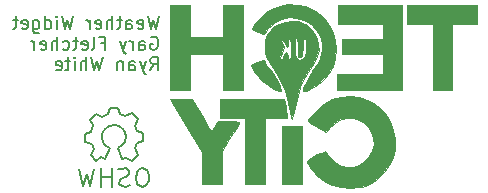
<source format=gbr>
G04 #@! TF.FileFunction,Legend,Bot*
%FSLAX46Y46*%
G04 Gerber Fmt 4.6, Leading zero omitted, Abs format (unit mm)*
G04 Created by KiCad (PCBNEW 4.0.0-rc2-stable) date Mon 16 Nov 2015 06:25:23 AM PST*
%MOMM*%
G01*
G04 APERTURE LIST*
%ADD10C,0.100000*%
%ADD11C,0.200000*%
%ADD12C,0.010000*%
%ADD13C,0.150000*%
G04 APERTURE END LIST*
D10*
D11*
X107692857Y-53057619D02*
X107430952Y-54157619D01*
X107221429Y-53371905D01*
X107011905Y-54157619D01*
X106750000Y-53057619D01*
X105911905Y-54105238D02*
X106016667Y-54157619D01*
X106226190Y-54157619D01*
X106330952Y-54105238D01*
X106383333Y-54000476D01*
X106383333Y-53581429D01*
X106330952Y-53476667D01*
X106226190Y-53424286D01*
X106016667Y-53424286D01*
X105911905Y-53476667D01*
X105859524Y-53581429D01*
X105859524Y-53686190D01*
X106383333Y-53790952D01*
X104916667Y-54157619D02*
X104916667Y-53581429D01*
X104969048Y-53476667D01*
X105073810Y-53424286D01*
X105283333Y-53424286D01*
X105388095Y-53476667D01*
X104916667Y-54105238D02*
X105021429Y-54157619D01*
X105283333Y-54157619D01*
X105388095Y-54105238D01*
X105440476Y-54000476D01*
X105440476Y-53895714D01*
X105388095Y-53790952D01*
X105283333Y-53738571D01*
X105021429Y-53738571D01*
X104916667Y-53686190D01*
X104550000Y-53424286D02*
X104130952Y-53424286D01*
X104392857Y-53057619D02*
X104392857Y-54000476D01*
X104340476Y-54105238D01*
X104235714Y-54157619D01*
X104130952Y-54157619D01*
X103764286Y-54157619D02*
X103764286Y-53057619D01*
X103292858Y-54157619D02*
X103292858Y-53581429D01*
X103345239Y-53476667D01*
X103450001Y-53424286D01*
X103607143Y-53424286D01*
X103711905Y-53476667D01*
X103764286Y-53529048D01*
X102350001Y-54105238D02*
X102454763Y-54157619D01*
X102664286Y-54157619D01*
X102769048Y-54105238D01*
X102821429Y-54000476D01*
X102821429Y-53581429D01*
X102769048Y-53476667D01*
X102664286Y-53424286D01*
X102454763Y-53424286D01*
X102350001Y-53476667D01*
X102297620Y-53581429D01*
X102297620Y-53686190D01*
X102821429Y-53790952D01*
X101826191Y-54157619D02*
X101826191Y-53424286D01*
X101826191Y-53633810D02*
X101773810Y-53529048D01*
X101721429Y-53476667D01*
X101616667Y-53424286D01*
X101511906Y-53424286D01*
X100411906Y-53057619D02*
X100150001Y-54157619D01*
X99940478Y-53371905D01*
X99730954Y-54157619D01*
X99469049Y-53057619D01*
X99050001Y-54157619D02*
X99050001Y-53424286D01*
X99050001Y-53057619D02*
X99102382Y-53110000D01*
X99050001Y-53162381D01*
X98997620Y-53110000D01*
X99050001Y-53057619D01*
X99050001Y-53162381D01*
X98054763Y-54157619D02*
X98054763Y-53057619D01*
X98054763Y-54105238D02*
X98159525Y-54157619D01*
X98369048Y-54157619D01*
X98473810Y-54105238D01*
X98526191Y-54052857D01*
X98578572Y-53948095D01*
X98578572Y-53633810D01*
X98526191Y-53529048D01*
X98473810Y-53476667D01*
X98369048Y-53424286D01*
X98159525Y-53424286D01*
X98054763Y-53476667D01*
X97059525Y-53424286D02*
X97059525Y-54314762D01*
X97111906Y-54419524D01*
X97164287Y-54471905D01*
X97269048Y-54524286D01*
X97426191Y-54524286D01*
X97530953Y-54471905D01*
X97059525Y-54105238D02*
X97164287Y-54157619D01*
X97373810Y-54157619D01*
X97478572Y-54105238D01*
X97530953Y-54052857D01*
X97583334Y-53948095D01*
X97583334Y-53633810D01*
X97530953Y-53529048D01*
X97478572Y-53476667D01*
X97373810Y-53424286D01*
X97164287Y-53424286D01*
X97059525Y-53476667D01*
X96116668Y-54105238D02*
X96221430Y-54157619D01*
X96430953Y-54157619D01*
X96535715Y-54105238D01*
X96588096Y-54000476D01*
X96588096Y-53581429D01*
X96535715Y-53476667D01*
X96430953Y-53424286D01*
X96221430Y-53424286D01*
X96116668Y-53476667D01*
X96064287Y-53581429D01*
X96064287Y-53686190D01*
X96588096Y-53790952D01*
X95750001Y-53424286D02*
X95330953Y-53424286D01*
X95592858Y-53057619D02*
X95592858Y-54000476D01*
X95540477Y-54105238D01*
X95435715Y-54157619D01*
X95330953Y-54157619D01*
X107011905Y-54850000D02*
X107116667Y-54797619D01*
X107273810Y-54797619D01*
X107430952Y-54850000D01*
X107535714Y-54954762D01*
X107588095Y-55059524D01*
X107640476Y-55269048D01*
X107640476Y-55426190D01*
X107588095Y-55635714D01*
X107535714Y-55740476D01*
X107430952Y-55845238D01*
X107273810Y-55897619D01*
X107169048Y-55897619D01*
X107011905Y-55845238D01*
X106959524Y-55792857D01*
X106959524Y-55426190D01*
X107169048Y-55426190D01*
X106016667Y-55897619D02*
X106016667Y-55321429D01*
X106069048Y-55216667D01*
X106173810Y-55164286D01*
X106383333Y-55164286D01*
X106488095Y-55216667D01*
X106016667Y-55845238D02*
X106121429Y-55897619D01*
X106383333Y-55897619D01*
X106488095Y-55845238D01*
X106540476Y-55740476D01*
X106540476Y-55635714D01*
X106488095Y-55530952D01*
X106383333Y-55478571D01*
X106121429Y-55478571D01*
X106016667Y-55426190D01*
X105492857Y-55897619D02*
X105492857Y-55164286D01*
X105492857Y-55373810D02*
X105440476Y-55269048D01*
X105388095Y-55216667D01*
X105283333Y-55164286D01*
X105178572Y-55164286D01*
X104916667Y-55164286D02*
X104654762Y-55897619D01*
X104392858Y-55164286D02*
X104654762Y-55897619D01*
X104759524Y-56159524D01*
X104811905Y-56211905D01*
X104916667Y-56264286D01*
X102769049Y-55321429D02*
X103135715Y-55321429D01*
X103135715Y-55897619D02*
X103135715Y-54797619D01*
X102611906Y-54797619D01*
X102035715Y-55897619D02*
X102140477Y-55845238D01*
X102192858Y-55740476D01*
X102192858Y-54797619D01*
X101197621Y-55845238D02*
X101302383Y-55897619D01*
X101511906Y-55897619D01*
X101616668Y-55845238D01*
X101669049Y-55740476D01*
X101669049Y-55321429D01*
X101616668Y-55216667D01*
X101511906Y-55164286D01*
X101302383Y-55164286D01*
X101197621Y-55216667D01*
X101145240Y-55321429D01*
X101145240Y-55426190D01*
X101669049Y-55530952D01*
X100830954Y-55164286D02*
X100411906Y-55164286D01*
X100673811Y-54797619D02*
X100673811Y-55740476D01*
X100621430Y-55845238D01*
X100516668Y-55897619D01*
X100411906Y-55897619D01*
X99573812Y-55845238D02*
X99678574Y-55897619D01*
X99888097Y-55897619D01*
X99992859Y-55845238D01*
X100045240Y-55792857D01*
X100097621Y-55688095D01*
X100097621Y-55373810D01*
X100045240Y-55269048D01*
X99992859Y-55216667D01*
X99888097Y-55164286D01*
X99678574Y-55164286D01*
X99573812Y-55216667D01*
X99102383Y-55897619D02*
X99102383Y-54797619D01*
X98630955Y-55897619D02*
X98630955Y-55321429D01*
X98683336Y-55216667D01*
X98788098Y-55164286D01*
X98945240Y-55164286D01*
X99050002Y-55216667D01*
X99102383Y-55269048D01*
X97688098Y-55845238D02*
X97792860Y-55897619D01*
X98002383Y-55897619D01*
X98107145Y-55845238D01*
X98159526Y-55740476D01*
X98159526Y-55321429D01*
X98107145Y-55216667D01*
X98002383Y-55164286D01*
X97792860Y-55164286D01*
X97688098Y-55216667D01*
X97635717Y-55321429D01*
X97635717Y-55426190D01*
X98159526Y-55530952D01*
X97164288Y-55897619D02*
X97164288Y-55164286D01*
X97164288Y-55373810D02*
X97111907Y-55269048D01*
X97059526Y-55216667D01*
X96954764Y-55164286D01*
X96850003Y-55164286D01*
X106959524Y-57637619D02*
X107326190Y-57113810D01*
X107588095Y-57637619D02*
X107588095Y-56537619D01*
X107169048Y-56537619D01*
X107064286Y-56590000D01*
X107011905Y-56642381D01*
X106959524Y-56747143D01*
X106959524Y-56904286D01*
X107011905Y-57009048D01*
X107064286Y-57061429D01*
X107169048Y-57113810D01*
X107588095Y-57113810D01*
X106592857Y-56904286D02*
X106330952Y-57637619D01*
X106069048Y-56904286D02*
X106330952Y-57637619D01*
X106435714Y-57899524D01*
X106488095Y-57951905D01*
X106592857Y-58004286D01*
X105178572Y-57637619D02*
X105178572Y-57061429D01*
X105230953Y-56956667D01*
X105335715Y-56904286D01*
X105545238Y-56904286D01*
X105650000Y-56956667D01*
X105178572Y-57585238D02*
X105283334Y-57637619D01*
X105545238Y-57637619D01*
X105650000Y-57585238D01*
X105702381Y-57480476D01*
X105702381Y-57375714D01*
X105650000Y-57270952D01*
X105545238Y-57218571D01*
X105283334Y-57218571D01*
X105178572Y-57166190D01*
X104654762Y-56904286D02*
X104654762Y-57637619D01*
X104654762Y-57009048D02*
X104602381Y-56956667D01*
X104497619Y-56904286D01*
X104340477Y-56904286D01*
X104235715Y-56956667D01*
X104183334Y-57061429D01*
X104183334Y-57637619D01*
X102926191Y-56537619D02*
X102664286Y-57637619D01*
X102454763Y-56851905D01*
X102245239Y-57637619D01*
X101983334Y-56537619D01*
X101564286Y-57637619D02*
X101564286Y-56537619D01*
X101092858Y-57637619D02*
X101092858Y-57061429D01*
X101145239Y-56956667D01*
X101250001Y-56904286D01*
X101407143Y-56904286D01*
X101511905Y-56956667D01*
X101564286Y-57009048D01*
X100569048Y-57637619D02*
X100569048Y-56904286D01*
X100569048Y-56537619D02*
X100621429Y-56590000D01*
X100569048Y-56642381D01*
X100516667Y-56590000D01*
X100569048Y-56537619D01*
X100569048Y-56642381D01*
X100202381Y-56904286D02*
X99783333Y-56904286D01*
X100045238Y-56537619D02*
X100045238Y-57480476D01*
X99992857Y-57585238D01*
X99888095Y-57637619D01*
X99783333Y-57637619D01*
X98997620Y-57585238D02*
X99102382Y-57637619D01*
X99311905Y-57637619D01*
X99416667Y-57585238D01*
X99469048Y-57480476D01*
X99469048Y-57061429D01*
X99416667Y-56956667D01*
X99311905Y-56904286D01*
X99102382Y-56904286D01*
X98997620Y-56956667D01*
X98945239Y-57061429D01*
X98945239Y-57166190D01*
X99469048Y-57270952D01*
D12*
G36*
X123111442Y-59915582D02*
X122375843Y-60121043D01*
X121683800Y-60474378D01*
X121468975Y-60623838D01*
X121239838Y-60818833D01*
X120985092Y-61072095D01*
X120734438Y-61349066D01*
X120517579Y-61615189D01*
X120364217Y-61835905D01*
X120304055Y-61976657D01*
X120304000Y-61979256D01*
X120374981Y-62046705D01*
X120566576Y-62168248D01*
X120846765Y-62324658D01*
X121081054Y-62445894D01*
X121858108Y-62836154D01*
X122147293Y-62488013D01*
X122587333Y-62072848D01*
X123080621Y-61801148D01*
X123602288Y-61670459D01*
X124127461Y-61678328D01*
X124631268Y-61822300D01*
X125088838Y-62099923D01*
X125475298Y-62508741D01*
X125672694Y-62835824D01*
X125854613Y-63376364D01*
X125882424Y-63924957D01*
X125767583Y-64454110D01*
X125521543Y-64936334D01*
X125155760Y-65344138D01*
X124681686Y-65650031D01*
X124463493Y-65737971D01*
X124018690Y-65847490D01*
X123604422Y-65844469D01*
X123143237Y-65728220D01*
X123137228Y-65726177D01*
X122878710Y-65601672D01*
X122592899Y-65408502D01*
X122317001Y-65179556D01*
X122088220Y-64947720D01*
X121943759Y-64745882D01*
X121912667Y-64643699D01*
X121847293Y-64528866D01*
X121786911Y-64512667D01*
X121645610Y-64549155D01*
X121411229Y-64645072D01*
X121123259Y-64780097D01*
X120821191Y-64933908D01*
X120544519Y-65086185D01*
X120332733Y-65216606D01*
X120225325Y-65304849D01*
X120219334Y-65319293D01*
X120270586Y-65468529D01*
X120405197Y-65702710D01*
X120594451Y-65979846D01*
X120809629Y-66257947D01*
X121022014Y-66495023D01*
X121026489Y-66499511D01*
X121637890Y-66994736D01*
X122334018Y-67355551D01*
X123087960Y-67574866D01*
X123872804Y-67645592D01*
X124661635Y-67560637D01*
X124867142Y-67511347D01*
X125569664Y-67238620D01*
X126204383Y-66828326D01*
X126751092Y-66303627D01*
X127189581Y-65687682D01*
X127499641Y-65003654D01*
X127656514Y-64314530D01*
X127681753Y-63466689D01*
X127547896Y-62674006D01*
X127256263Y-61940580D01*
X126808172Y-61270509D01*
X126602044Y-61038471D01*
X126008982Y-60533668D01*
X125339369Y-60167038D01*
X124617227Y-59940520D01*
X123866578Y-59856054D01*
X123111442Y-59915582D01*
X123111442Y-59915582D01*
G37*
X123111442Y-59915582D02*
X122375843Y-60121043D01*
X121683800Y-60474378D01*
X121468975Y-60623838D01*
X121239838Y-60818833D01*
X120985092Y-61072095D01*
X120734438Y-61349066D01*
X120517579Y-61615189D01*
X120364217Y-61835905D01*
X120304055Y-61976657D01*
X120304000Y-61979256D01*
X120374981Y-62046705D01*
X120566576Y-62168248D01*
X120846765Y-62324658D01*
X121081054Y-62445894D01*
X121858108Y-62836154D01*
X122147293Y-62488013D01*
X122587333Y-62072848D01*
X123080621Y-61801148D01*
X123602288Y-61670459D01*
X124127461Y-61678328D01*
X124631268Y-61822300D01*
X125088838Y-62099923D01*
X125475298Y-62508741D01*
X125672694Y-62835824D01*
X125854613Y-63376364D01*
X125882424Y-63924957D01*
X125767583Y-64454110D01*
X125521543Y-64936334D01*
X125155760Y-65344138D01*
X124681686Y-65650031D01*
X124463493Y-65737971D01*
X124018690Y-65847490D01*
X123604422Y-65844469D01*
X123143237Y-65728220D01*
X123137228Y-65726177D01*
X122878710Y-65601672D01*
X122592899Y-65408502D01*
X122317001Y-65179556D01*
X122088220Y-64947720D01*
X121943759Y-64745882D01*
X121912667Y-64643699D01*
X121847293Y-64528866D01*
X121786911Y-64512667D01*
X121645610Y-64549155D01*
X121411229Y-64645072D01*
X121123259Y-64780097D01*
X120821191Y-64933908D01*
X120544519Y-65086185D01*
X120332733Y-65216606D01*
X120225325Y-65304849D01*
X120219334Y-65319293D01*
X120270586Y-65468529D01*
X120405197Y-65702710D01*
X120594451Y-65979846D01*
X120809629Y-66257947D01*
X121022014Y-66495023D01*
X121026489Y-66499511D01*
X121637890Y-66994736D01*
X122334018Y-67355551D01*
X123087960Y-67574866D01*
X123872804Y-67645592D01*
X124661635Y-67560637D01*
X124867142Y-67511347D01*
X125569664Y-67238620D01*
X126204383Y-66828326D01*
X126751092Y-66303627D01*
X127189581Y-65687682D01*
X127499641Y-65003654D01*
X127656514Y-64314530D01*
X127681753Y-63466689D01*
X127547896Y-62674006D01*
X127256263Y-61940580D01*
X126808172Y-61270509D01*
X126602044Y-61038471D01*
X126008982Y-60533668D01*
X125339369Y-60167038D01*
X124617227Y-59940520D01*
X123866578Y-59856054D01*
X123111442Y-59915582D01*
G36*
X118102667Y-67306667D02*
X119796000Y-67306667D01*
X119796000Y-62396000D01*
X118102667Y-62396000D01*
X118102667Y-67306667D01*
X118102667Y-67306667D01*
G37*
X118102667Y-67306667D02*
X119796000Y-67306667D01*
X119796000Y-62396000D01*
X118102667Y-62396000D01*
X118102667Y-67306667D01*
G36*
X112853334Y-61718667D02*
X114970000Y-61718667D01*
X114970000Y-67306667D01*
X116663334Y-67306667D01*
X116663334Y-61718667D01*
X117638614Y-61718667D01*
X118056192Y-61717584D01*
X118332043Y-61710586D01*
X118493769Y-61692051D01*
X118568977Y-61656355D01*
X118585272Y-61597876D01*
X118573863Y-61528167D01*
X118540266Y-61351195D01*
X118490043Y-61067306D01*
X118433835Y-60736706D01*
X118431691Y-60723834D01*
X118329548Y-60110000D01*
X112853334Y-60110000D01*
X112853334Y-61718667D01*
X112853334Y-61718667D01*
G37*
X112853334Y-61718667D02*
X114970000Y-61718667D01*
X114970000Y-67306667D01*
X116663334Y-67306667D01*
X116663334Y-61718667D01*
X117638614Y-61718667D01*
X118056192Y-61717584D01*
X118332043Y-61710586D01*
X118493769Y-61692051D01*
X118568977Y-61656355D01*
X118585272Y-61597876D01*
X118573863Y-61528167D01*
X118540266Y-61351195D01*
X118490043Y-61067306D01*
X118433835Y-60736706D01*
X118431691Y-60723834D01*
X118329548Y-60110000D01*
X112853334Y-60110000D01*
X112853334Y-61718667D01*
G36*
X109975445Y-62344513D02*
X111329334Y-64579025D01*
X111329334Y-67306667D01*
X113022667Y-67306667D01*
X113022667Y-64480898D01*
X113728680Y-63332616D01*
X113973596Y-62933875D01*
X114189551Y-62581528D01*
X114359880Y-62302826D01*
X114467918Y-62125017D01*
X114495677Y-62078500D01*
X114485702Y-62030628D01*
X114376432Y-61998787D01*
X114146918Y-61980455D01*
X113776209Y-61973110D01*
X113616833Y-61972667D01*
X112677006Y-61972667D01*
X112413848Y-62396000D01*
X112270423Y-62621642D01*
X112166768Y-62775212D01*
X112130308Y-62819334D01*
X112083341Y-62749913D01*
X111964996Y-62556845D01*
X111788927Y-62262918D01*
X111568784Y-61890922D01*
X111318815Y-61464667D01*
X110527703Y-60110000D01*
X108621555Y-60110000D01*
X109975445Y-62344513D01*
X109975445Y-62344513D01*
G37*
X109975445Y-62344513D02*
X111329334Y-64579025D01*
X111329334Y-67306667D01*
X113022667Y-67306667D01*
X113022667Y-64480898D01*
X113728680Y-63332616D01*
X113973596Y-62933875D01*
X114189551Y-62581528D01*
X114359880Y-62302826D01*
X114467918Y-62125017D01*
X114495677Y-62078500D01*
X114485702Y-62030628D01*
X114376432Y-61998787D01*
X114146918Y-61980455D01*
X113776209Y-61973110D01*
X113616833Y-61972667D01*
X112677006Y-61972667D01*
X112413848Y-62396000D01*
X112270423Y-62621642D01*
X112166768Y-62775212D01*
X112130308Y-62819334D01*
X112083341Y-62749913D01*
X111964996Y-62556845D01*
X111788927Y-62262918D01*
X111568784Y-61890922D01*
X111318815Y-61464667D01*
X110527703Y-60110000D01*
X108621555Y-60110000D01*
X109975445Y-62344513D01*
G36*
X118383134Y-53521520D02*
X117851196Y-53709639D01*
X117393912Y-54014089D01*
X117211605Y-54200338D01*
X116887799Y-54681000D01*
X116712904Y-55197044D01*
X116668910Y-55707334D01*
X116690377Y-56127572D01*
X116764710Y-56481351D01*
X116911564Y-56819714D01*
X117150596Y-57193704D01*
X117338502Y-57446129D01*
X117901920Y-58315734D01*
X118345951Y-59303631D01*
X118669434Y-60406882D01*
X118812089Y-61168334D01*
X118865590Y-61484605D01*
X118915243Y-61708510D01*
X118953823Y-61810625D01*
X118968000Y-61803334D01*
X119000615Y-61670899D01*
X119056212Y-61412964D01*
X119126186Y-61070391D01*
X119181985Y-60787334D01*
X119434764Y-59750855D01*
X119766777Y-58823460D01*
X120170116Y-58025837D01*
X120337020Y-57766039D01*
X120647219Y-57307762D01*
X120871545Y-56954216D01*
X121025121Y-56674213D01*
X121123070Y-56436567D01*
X121180516Y-56210090D01*
X121212582Y-55963596D01*
X121212935Y-55959717D01*
X121202116Y-55617155D01*
X120134667Y-55617155D01*
X120122767Y-56079145D01*
X120078872Y-56400378D01*
X119990696Y-56608281D01*
X119845950Y-56730278D01*
X119632345Y-56793798D01*
X119605500Y-56798179D01*
X119505637Y-56751722D01*
X119372667Y-56638667D01*
X119289540Y-56531380D01*
X119238532Y-56385963D01*
X119212332Y-56162211D01*
X119203999Y-55834334D01*
X118864667Y-55834334D01*
X118860412Y-56243347D01*
X118845239Y-56509535D01*
X118815534Y-56659247D01*
X118767685Y-56718832D01*
X118742778Y-56723334D01*
X118645213Y-56643204D01*
X118594611Y-56412378D01*
X118546256Y-56165462D01*
X118466614Y-56082909D01*
X118370514Y-56166149D01*
X118282709Y-56382314D01*
X118189392Y-56602432D01*
X118084524Y-56716753D01*
X118056935Y-56723334D01*
X117979243Y-56720262D01*
X117946689Y-56687872D01*
X117963057Y-56591404D01*
X118032133Y-56396095D01*
X118116674Y-56174638D01*
X118300014Y-55695541D01*
X118114560Y-55313822D01*
X118011619Y-55089522D01*
X117985027Y-54980830D01*
X118030727Y-54954332D01*
X118071590Y-54959885D01*
X118184894Y-55050761D01*
X118303516Y-55247232D01*
X118345201Y-55347500D01*
X118455120Y-55602211D01*
X118537264Y-55690527D01*
X118589677Y-55612603D01*
X118610402Y-55368596D01*
X118610667Y-55326334D01*
X118627288Y-55075211D01*
X118683801Y-54960825D01*
X118737667Y-54945334D01*
X118795662Y-54972588D01*
X118833390Y-55072576D01*
X118854755Y-55272632D01*
X118863662Y-55600091D01*
X118864667Y-55834334D01*
X119203999Y-55834334D01*
X119203632Y-55819919D01*
X119203334Y-55707334D01*
X119208283Y-55335584D01*
X119226346Y-55104026D01*
X119262345Y-54983722D01*
X119321105Y-54945735D01*
X119330334Y-54945334D01*
X119390685Y-54974002D01*
X119428957Y-55078881D01*
X119449588Y-55288283D01*
X119457016Y-55630518D01*
X119457334Y-55755555D01*
X119459043Y-56129558D01*
X119469116Y-56364715D01*
X119494967Y-56491513D01*
X119544011Y-56540436D01*
X119623665Y-56541972D01*
X119647834Y-56538722D01*
X119737623Y-56515302D01*
X119795267Y-56453835D01*
X119829559Y-56321153D01*
X119849294Y-56084092D01*
X119862678Y-55728500D01*
X119880065Y-55346320D01*
X119906892Y-55106408D01*
X119948270Y-54981754D01*
X120009307Y-54945347D01*
X120010844Y-54945334D01*
X120074943Y-54979942D01*
X120113291Y-55103279D01*
X120131285Y-55344614D01*
X120134667Y-55617155D01*
X121202116Y-55617155D01*
X121192952Y-55327018D01*
X121020122Y-54752597D01*
X120703583Y-54253947D01*
X120252470Y-53848560D01*
X120043276Y-53720195D01*
X119517534Y-53520294D01*
X118951367Y-53456237D01*
X118383134Y-53521520D01*
X118383134Y-53521520D01*
G37*
X118383134Y-53521520D02*
X117851196Y-53709639D01*
X117393912Y-54014089D01*
X117211605Y-54200338D01*
X116887799Y-54681000D01*
X116712904Y-55197044D01*
X116668910Y-55707334D01*
X116690377Y-56127572D01*
X116764710Y-56481351D01*
X116911564Y-56819714D01*
X117150596Y-57193704D01*
X117338502Y-57446129D01*
X117901920Y-58315734D01*
X118345951Y-59303631D01*
X118669434Y-60406882D01*
X118812089Y-61168334D01*
X118865590Y-61484605D01*
X118915243Y-61708510D01*
X118953823Y-61810625D01*
X118968000Y-61803334D01*
X119000615Y-61670899D01*
X119056212Y-61412964D01*
X119126186Y-61070391D01*
X119181985Y-60787334D01*
X119434764Y-59750855D01*
X119766777Y-58823460D01*
X120170116Y-58025837D01*
X120337020Y-57766039D01*
X120647219Y-57307762D01*
X120871545Y-56954216D01*
X121025121Y-56674213D01*
X121123070Y-56436567D01*
X121180516Y-56210090D01*
X121212582Y-55963596D01*
X121212935Y-55959717D01*
X121202116Y-55617155D01*
X120134667Y-55617155D01*
X120122767Y-56079145D01*
X120078872Y-56400378D01*
X119990696Y-56608281D01*
X119845950Y-56730278D01*
X119632345Y-56793798D01*
X119605500Y-56798179D01*
X119505637Y-56751722D01*
X119372667Y-56638667D01*
X119289540Y-56531380D01*
X119238532Y-56385963D01*
X119212332Y-56162211D01*
X119203999Y-55834334D01*
X118864667Y-55834334D01*
X118860412Y-56243347D01*
X118845239Y-56509535D01*
X118815534Y-56659247D01*
X118767685Y-56718832D01*
X118742778Y-56723334D01*
X118645213Y-56643204D01*
X118594611Y-56412378D01*
X118546256Y-56165462D01*
X118466614Y-56082909D01*
X118370514Y-56166149D01*
X118282709Y-56382314D01*
X118189392Y-56602432D01*
X118084524Y-56716753D01*
X118056935Y-56723334D01*
X117979243Y-56720262D01*
X117946689Y-56687872D01*
X117963057Y-56591404D01*
X118032133Y-56396095D01*
X118116674Y-56174638D01*
X118300014Y-55695541D01*
X118114560Y-55313822D01*
X118011619Y-55089522D01*
X117985027Y-54980830D01*
X118030727Y-54954332D01*
X118071590Y-54959885D01*
X118184894Y-55050761D01*
X118303516Y-55247232D01*
X118345201Y-55347500D01*
X118455120Y-55602211D01*
X118537264Y-55690527D01*
X118589677Y-55612603D01*
X118610402Y-55368596D01*
X118610667Y-55326334D01*
X118627288Y-55075211D01*
X118683801Y-54960825D01*
X118737667Y-54945334D01*
X118795662Y-54972588D01*
X118833390Y-55072576D01*
X118854755Y-55272632D01*
X118863662Y-55600091D01*
X118864667Y-55834334D01*
X119203999Y-55834334D01*
X119203632Y-55819919D01*
X119203334Y-55707334D01*
X119208283Y-55335584D01*
X119226346Y-55104026D01*
X119262345Y-54983722D01*
X119321105Y-54945735D01*
X119330334Y-54945334D01*
X119390685Y-54974002D01*
X119428957Y-55078881D01*
X119449588Y-55288283D01*
X119457016Y-55630518D01*
X119457334Y-55755555D01*
X119459043Y-56129558D01*
X119469116Y-56364715D01*
X119494967Y-56491513D01*
X119544011Y-56540436D01*
X119623665Y-56541972D01*
X119647834Y-56538722D01*
X119737623Y-56515302D01*
X119795267Y-56453835D01*
X119829559Y-56321153D01*
X119849294Y-56084092D01*
X119862678Y-55728500D01*
X119880065Y-55346320D01*
X119906892Y-55106408D01*
X119948270Y-54981754D01*
X120009307Y-54945347D01*
X120010844Y-54945334D01*
X120074943Y-54979942D01*
X120113291Y-55103279D01*
X120131285Y-55344614D01*
X120134667Y-55617155D01*
X121202116Y-55617155D01*
X121192952Y-55327018D01*
X121020122Y-54752597D01*
X120703583Y-54253947D01*
X120252470Y-53848560D01*
X120043276Y-53720195D01*
X119517534Y-53520294D01*
X118951367Y-53456237D01*
X118383134Y-53521520D01*
G36*
X117943937Y-52189558D02*
X117403445Y-52383176D01*
X116926184Y-52657133D01*
X116462168Y-53012733D01*
X116059941Y-53407563D01*
X115768044Y-53799209D01*
X115753173Y-53825096D01*
X115567920Y-54154709D01*
X116086994Y-54401855D01*
X116369279Y-54529221D01*
X116535928Y-54581782D01*
X116619558Y-54566556D01*
X116645362Y-54522000D01*
X116756873Y-54336302D01*
X116973343Y-54097492D01*
X117254757Y-53839953D01*
X117561095Y-53598068D01*
X117852342Y-53406222D01*
X118058025Y-53308218D01*
X118701004Y-53173850D01*
X119345433Y-53200526D01*
X119961100Y-53386696D01*
X120007667Y-53408179D01*
X120568336Y-53756979D01*
X121010968Y-54204797D01*
X121324455Y-54729393D01*
X121497688Y-55308529D01*
X121519558Y-55919965D01*
X121453168Y-56301872D01*
X121324550Y-56718784D01*
X121157386Y-57063038D01*
X120912378Y-57408771D01*
X120784603Y-57563114D01*
X120646913Y-57756013D01*
X120476885Y-58038385D01*
X120295785Y-58368845D01*
X120124877Y-58706005D01*
X119985426Y-59008481D01*
X119898698Y-59234886D01*
X119880667Y-59322355D01*
X119896555Y-59401656D01*
X119967576Y-59418111D01*
X120128771Y-59368447D01*
X120346334Y-59278853D01*
X121048110Y-58911513D01*
X121620201Y-58456436D01*
X122088513Y-57892709D01*
X122118117Y-57848580D01*
X122419388Y-57253349D01*
X122609382Y-56571542D01*
X122683316Y-55848239D01*
X122636407Y-55128518D01*
X122474782Y-54487025D01*
X122138901Y-53797362D01*
X121673403Y-53195945D01*
X121100025Y-52703631D01*
X120440504Y-52341273D01*
X120116867Y-52224784D01*
X119400659Y-52082671D01*
X118659757Y-52071898D01*
X117943937Y-52189558D01*
X117943937Y-52189558D01*
G37*
X117943937Y-52189558D02*
X117403445Y-52383176D01*
X116926184Y-52657133D01*
X116462168Y-53012733D01*
X116059941Y-53407563D01*
X115768044Y-53799209D01*
X115753173Y-53825096D01*
X115567920Y-54154709D01*
X116086994Y-54401855D01*
X116369279Y-54529221D01*
X116535928Y-54581782D01*
X116619558Y-54566556D01*
X116645362Y-54522000D01*
X116756873Y-54336302D01*
X116973343Y-54097492D01*
X117254757Y-53839953D01*
X117561095Y-53598068D01*
X117852342Y-53406222D01*
X118058025Y-53308218D01*
X118701004Y-53173850D01*
X119345433Y-53200526D01*
X119961100Y-53386696D01*
X120007667Y-53408179D01*
X120568336Y-53756979D01*
X121010968Y-54204797D01*
X121324455Y-54729393D01*
X121497688Y-55308529D01*
X121519558Y-55919965D01*
X121453168Y-56301872D01*
X121324550Y-56718784D01*
X121157386Y-57063038D01*
X120912378Y-57408771D01*
X120784603Y-57563114D01*
X120646913Y-57756013D01*
X120476885Y-58038385D01*
X120295785Y-58368845D01*
X120124877Y-58706005D01*
X119985426Y-59008481D01*
X119898698Y-59234886D01*
X119880667Y-59322355D01*
X119896555Y-59401656D01*
X119967576Y-59418111D01*
X120128771Y-59368447D01*
X120346334Y-59278853D01*
X121048110Y-58911513D01*
X121620201Y-58456436D01*
X122088513Y-57892709D01*
X122118117Y-57848580D01*
X122419388Y-57253349D01*
X122609382Y-56571542D01*
X122683316Y-55848239D01*
X122636407Y-55128518D01*
X122474782Y-54487025D01*
X122138901Y-53797362D01*
X121673403Y-53195945D01*
X121100025Y-52703631D01*
X120440504Y-52341273D01*
X120116867Y-52224784D01*
X119400659Y-52082671D01*
X118659757Y-52071898D01*
X117943937Y-52189558D01*
G36*
X116270054Y-56843586D02*
X116002897Y-56968804D01*
X115476253Y-57234653D01*
X115655810Y-57586614D01*
X115968630Y-58059796D01*
X116400166Y-58517771D01*
X116902561Y-58914868D01*
X117280174Y-59136879D01*
X117647268Y-59315054D01*
X117883312Y-59408126D01*
X118005940Y-59412031D01*
X118032783Y-59322707D01*
X117981476Y-59136088D01*
X117925415Y-58988167D01*
X117764961Y-58616241D01*
X117579495Y-58269974D01*
X117339679Y-57900237D01*
X117016174Y-57457907D01*
X116994361Y-57429168D01*
X116800253Y-57166778D01*
X116648836Y-56948952D01*
X116568329Y-56816570D01*
X116563605Y-56805146D01*
X116479051Y-56777189D01*
X116270054Y-56843586D01*
X116270054Y-56843586D01*
G37*
X116270054Y-56843586D02*
X116002897Y-56968804D01*
X115476253Y-57234653D01*
X115655810Y-57586614D01*
X115968630Y-58059796D01*
X116400166Y-58517771D01*
X116902561Y-58914868D01*
X117280174Y-59136879D01*
X117647268Y-59315054D01*
X117883312Y-59408126D01*
X118005940Y-59412031D01*
X118032783Y-59322707D01*
X117981476Y-59136088D01*
X117925415Y-58988167D01*
X117764961Y-58616241D01*
X117579495Y-58269974D01*
X117339679Y-57900237D01*
X117016174Y-57457907D01*
X116994361Y-57429168D01*
X116800253Y-57166778D01*
X116648836Y-56948952D01*
X116568329Y-56816570D01*
X116563605Y-56805146D01*
X116479051Y-56777189D01*
X116270054Y-56843586D01*
G36*
X128686000Y-53760000D02*
X130887334Y-53760000D01*
X130887334Y-59348000D01*
X132496000Y-59348000D01*
X132496000Y-53760000D01*
X134612667Y-53760000D01*
X134612667Y-52151334D01*
X128686000Y-52151334D01*
X128686000Y-53760000D01*
X128686000Y-53760000D01*
G37*
X128686000Y-53760000D02*
X130887334Y-53760000D01*
X130887334Y-59348000D01*
X132496000Y-59348000D01*
X132496000Y-53760000D01*
X134612667Y-53760000D01*
X134612667Y-52151334D01*
X128686000Y-52151334D01*
X128686000Y-53760000D01*
G36*
X122844000Y-53760000D02*
X126654000Y-53760000D01*
X126654000Y-55030000D01*
X123182667Y-55030000D01*
X123182667Y-56300000D01*
X126654000Y-56300000D01*
X126654000Y-57993334D01*
X122759334Y-57993334D01*
X122759334Y-59348000D01*
X128262667Y-59348000D01*
X128262667Y-52151334D01*
X122844000Y-52151334D01*
X122844000Y-53760000D01*
X122844000Y-53760000D01*
G37*
X122844000Y-53760000D02*
X126654000Y-53760000D01*
X126654000Y-55030000D01*
X123182667Y-55030000D01*
X123182667Y-56300000D01*
X126654000Y-56300000D01*
X126654000Y-57993334D01*
X122759334Y-57993334D01*
X122759334Y-59348000D01*
X128262667Y-59348000D01*
X128262667Y-52151334D01*
X122844000Y-52151334D01*
X122844000Y-53760000D01*
G36*
X113107334Y-54860667D02*
X110313334Y-54860667D01*
X110313334Y-52151334D01*
X108620000Y-52151334D01*
X108620000Y-59348000D01*
X110313334Y-59348000D01*
X110313334Y-56300000D01*
X113107334Y-56300000D01*
X113107334Y-59348000D01*
X114800667Y-59348000D01*
X114800667Y-52151334D01*
X113107334Y-52151334D01*
X113107334Y-54860667D01*
X113107334Y-54860667D01*
G37*
X113107334Y-54860667D02*
X110313334Y-54860667D01*
X110313334Y-52151334D01*
X108620000Y-52151334D01*
X108620000Y-59348000D01*
X110313334Y-59348000D01*
X110313334Y-56300000D01*
X113107334Y-56300000D01*
X113107334Y-59348000D01*
X114800667Y-59348000D01*
X114800667Y-52151334D01*
X113107334Y-52151334D01*
X113107334Y-54860667D01*
D13*
X102231220Y-65989860D02*
X101870540Y-67460520D01*
X101870540Y-67460520D02*
X101591140Y-66398800D01*
X101591140Y-66398800D02*
X101281260Y-67470680D01*
X101281260Y-67470680D02*
X100940900Y-66020340D01*
X103651080Y-66680740D02*
X102861140Y-66670580D01*
X102861140Y-66670580D02*
X102850980Y-66680740D01*
X102850980Y-66680740D02*
X102850980Y-66670580D01*
X102810340Y-65959380D02*
X102810340Y-67501160D01*
X103699340Y-65949220D02*
X103699340Y-67518940D01*
X103699340Y-67518940D02*
X103689180Y-67508780D01*
X104250520Y-66050820D02*
X104601040Y-65969540D01*
X104601040Y-65969540D02*
X104921080Y-65959380D01*
X104921080Y-65959380D02*
X105159840Y-66160040D01*
X105159840Y-66160040D02*
X105190320Y-66429280D01*
X105190320Y-66429280D02*
X104949020Y-66670580D01*
X104949020Y-66670580D02*
X104560400Y-66800120D01*
X104560400Y-66800120D02*
X104380060Y-66960140D01*
X104380060Y-66960140D02*
X104339420Y-67259860D01*
X104339420Y-67259860D02*
X104570560Y-67480840D01*
X104570560Y-67480840D02*
X104890600Y-67508780D01*
X104890600Y-67508780D02*
X105241120Y-67399560D01*
X106279980Y-65949220D02*
X106528900Y-65969540D01*
X106528900Y-65969540D02*
X106770200Y-66210840D01*
X106770200Y-66210840D02*
X106859100Y-66701060D01*
X106859100Y-66701060D02*
X106831160Y-67049040D01*
X106831160Y-67049040D02*
X106630500Y-67369080D01*
X106630500Y-67369080D02*
X106379040Y-67491000D01*
X106379040Y-67491000D02*
X106069160Y-67419880D01*
X106069160Y-67419880D02*
X105850720Y-67239540D01*
X105850720Y-67239540D02*
X105779600Y-66779800D01*
X105779600Y-66779800D02*
X105830400Y-66370860D01*
X105830400Y-66370860D02*
X105939620Y-66088920D01*
X105939620Y-66088920D02*
X106300300Y-65959380D01*
X105680540Y-64229640D02*
X105939620Y-64790980D01*
X105939620Y-64790980D02*
X105401140Y-65309140D01*
X105401140Y-65309140D02*
X104880440Y-65039900D01*
X104880440Y-65039900D02*
X104601040Y-65199920D01*
X103160860Y-65179600D02*
X102830660Y-64989100D01*
X102830660Y-64989100D02*
X102391240Y-65319300D01*
X102391240Y-65319300D02*
X101918800Y-64829080D01*
X101918800Y-64829080D02*
X102200740Y-64349020D01*
X102200740Y-64349020D02*
X102010240Y-63879120D01*
X102010240Y-63879120D02*
X101400640Y-63691160D01*
X101400640Y-63691160D02*
X101400640Y-63010440D01*
X101400640Y-63010440D02*
X101959440Y-62870740D01*
X101959440Y-62870740D02*
X102160100Y-62299240D01*
X102160100Y-62299240D02*
X101890860Y-61829340D01*
X101890860Y-61829340D02*
X102360760Y-61318800D01*
X102360760Y-61318800D02*
X102878920Y-61580420D01*
X102878920Y-61580420D02*
X103348820Y-61379760D01*
X103348820Y-61379760D02*
X103519000Y-60838740D01*
X103519000Y-60838740D02*
X104209880Y-60820960D01*
X104209880Y-60820960D02*
X104420700Y-61369600D01*
X104420700Y-61369600D02*
X104839800Y-61539780D01*
X104839800Y-61539780D02*
X105390980Y-61270540D01*
X105390980Y-61270540D02*
X105909140Y-61798860D01*
X105909140Y-61798860D02*
X105660220Y-62339880D01*
X105660220Y-62339880D02*
X105830400Y-62819940D01*
X105830400Y-62819940D02*
X106379040Y-62919000D01*
X106379040Y-62919000D02*
X106389200Y-63620040D01*
X106389200Y-63620040D02*
X105830400Y-63820700D01*
X105830400Y-63820700D02*
X105690700Y-64219480D01*
X103549480Y-64199160D02*
X103249760Y-64049300D01*
X103249760Y-64049300D02*
X103049100Y-63851180D01*
X103049100Y-63851180D02*
X102899240Y-63449860D01*
X102899240Y-63449860D02*
X102899240Y-63051080D01*
X102899240Y-63051080D02*
X103049100Y-62700560D01*
X103049100Y-62700560D02*
X103501220Y-62350040D01*
X103501220Y-62350040D02*
X103950800Y-62299240D01*
X103950800Y-62299240D02*
X104349580Y-62400840D01*
X104349580Y-62400840D02*
X104750900Y-62748820D01*
X104750900Y-62748820D02*
X104900760Y-63200940D01*
X104900760Y-63200940D02*
X104849960Y-63698780D01*
X104849960Y-63698780D02*
X104601040Y-64001040D01*
X104601040Y-64001040D02*
X104250520Y-64199160D01*
X104250520Y-64199160D02*
X104601040Y-65199920D01*
X103549480Y-64199160D02*
X103150700Y-65199920D01*
M02*

</source>
